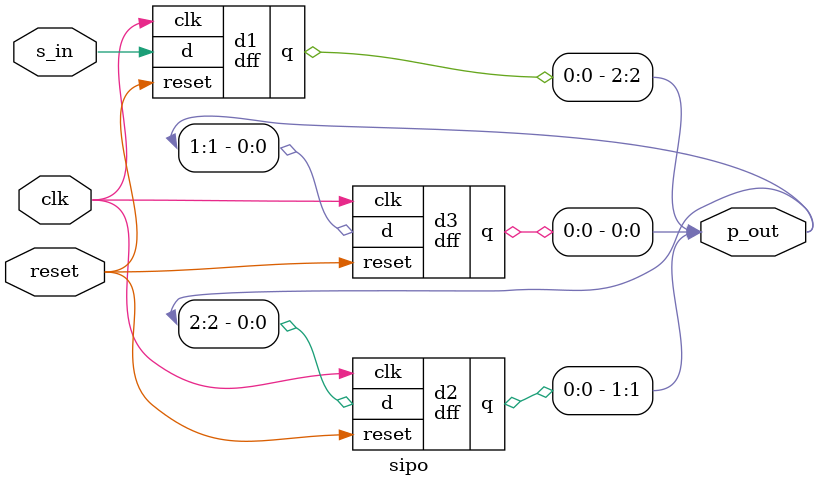
<source format=v>
`timescale 1ns / 100ps
module dff(
	input d, clk, reset,
  	output reg q
);
  
  always @(posedge clk) begin
    if (reset) q <= 1'b0;
    else q <= d;
  end
  
endmodule

module sipo(
	input clk, reset, s_in,
  	output [2:0] p_out
);
  
  dff d1(s_in, clk, reset, p_out[2]);
  dff d2(p_out[2], clk, reset, p_out[1]);
  dff d3(p_out[1], clk, reset, p_out[0]);
endmodule

</source>
